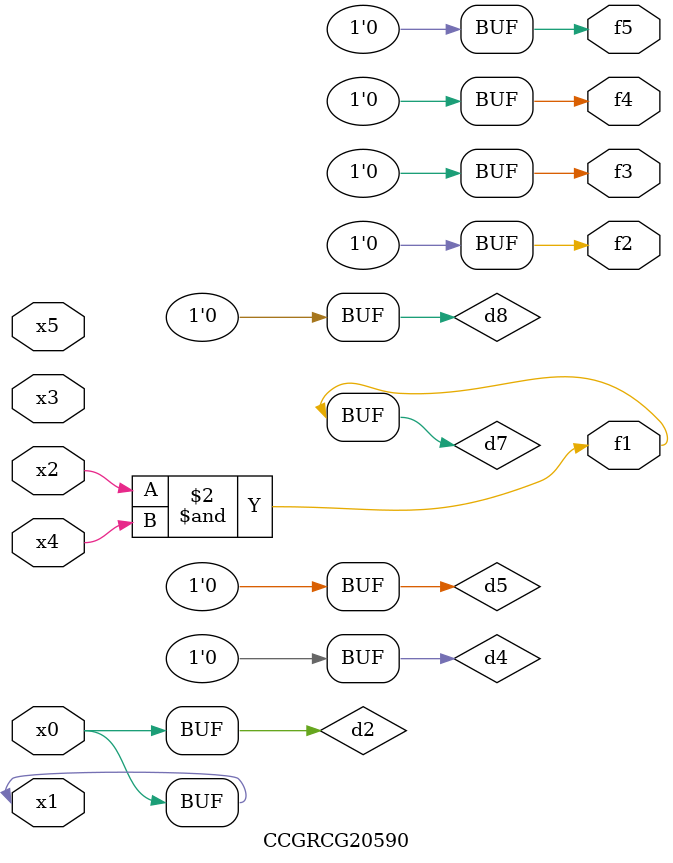
<source format=v>
module CCGRCG20590(
	input x0, x1, x2, x3, x4, x5,
	output f1, f2, f3, f4, f5
);

	wire d1, d2, d3, d4, d5, d6, d7, d8, d9;

	nand (d1, x1);
	buf (d2, x0, x1);
	nand (d3, x2, x4);
	and (d4, d1, d2);
	and (d5, d1, d2);
	nand (d6, d1, d3);
	not (d7, d3);
	xor (d8, d5);
	nor (d9, d5, d6);
	assign f1 = d7;
	assign f2 = d8;
	assign f3 = d8;
	assign f4 = d8;
	assign f5 = d8;
endmodule

</source>
